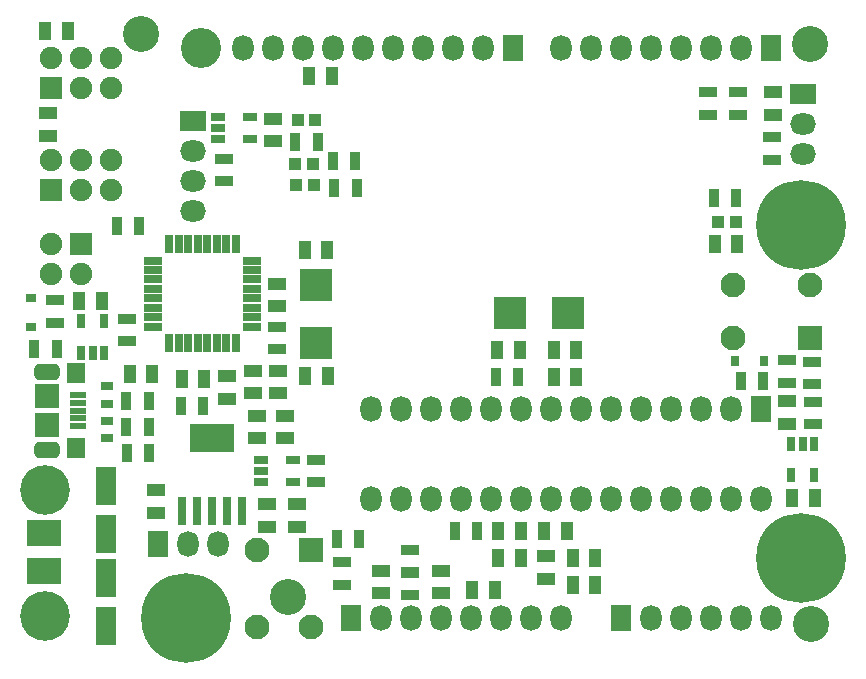
<source format=gts>
G04*
G04 #@! TF.GenerationSoftware,Altium Limited,Altium Designer,19.0.15 (446)*
G04*
G04 Layer_Color=8388736*
%FSLAX44Y44*%
%MOMM*%
G71*
G01*
G75*
%ADD33R,1.4500X0.5000*%
%ADD34R,1.6000X1.8000*%
%ADD35R,2.1000X2.1000*%
%ADD36R,1.8000X3.2000*%
%ADD37R,3.7000X2.4000*%
%ADD38R,0.8000X2.4000*%
%ADD39R,1.2000X0.7500*%
%ADD40R,0.7500X1.2000*%
%ADD41C,3.0480*%
%ADD42R,1.5000X1.1000*%
%ADD43R,1.1000X1.5000*%
%ADD44R,0.7588X0.8858*%
%ADD45R,0.8858X0.7588*%
%ADD46R,2.8000X2.7000*%
%ADD47R,2.7000X2.8000*%
%ADD48R,1.0000X1.0000*%
%ADD49R,2.9000X2.2000*%
%ADD50R,0.6700X1.6200*%
%ADD51R,1.6200X0.6700*%
%ADD52R,1.5000X0.9000*%
%ADD53R,0.9000X1.5000*%
%ADD54R,1.1000X0.8000*%
%ADD55R,1.8000X2.2000*%
%ADD56O,1.8000X2.2000*%
%ADD57R,1.9000X1.9000*%
%ADD58C,1.9000*%
G04:AMPARAMS|DCode=59|XSize=2.2mm|YSize=1.4mm|CornerRadius=0.46mm|HoleSize=0mm|Usage=FLASHONLY|Rotation=0.000|XOffset=0mm|YOffset=0mm|HoleType=Round|Shape=RoundedRectangle|*
%AMROUNDEDRECTD59*
21,1,2.2000,0.4800,0,0,0.0*
21,1,1.2800,1.4000,0,0,0.0*
1,1,0.9200,0.6400,-0.2400*
1,1,0.9200,-0.6400,-0.2400*
1,1,0.9200,-0.6400,0.2400*
1,1,0.9200,0.6400,0.2400*
%
%ADD59ROUNDEDRECTD59*%
%ADD60C,4.2000*%
%ADD61C,3.4000*%
%ADD62R,2.2000X1.8000*%
%ADD63O,2.2000X1.8000*%
%ADD64C,2.1000*%
%ADD65R,2.1000X2.1000*%
%ADD66C,7.6000*%
D33*
X48745Y214000D02*
D03*
Y207500D02*
D03*
Y201000D02*
D03*
Y194500D02*
D03*
Y188000D02*
D03*
D34*
X46495Y233000D02*
D03*
Y169000D02*
D03*
D35*
X21995Y213000D02*
D03*
Y189000D02*
D03*
X245500Y82500D02*
D03*
D36*
X72000Y96500D02*
D03*
Y137500D02*
D03*
Y18500D02*
D03*
Y59500D02*
D03*
D37*
X162000Y178000D02*
D03*
D38*
X187400Y116000D02*
D03*
X174700D02*
D03*
X162000D02*
D03*
X149300D02*
D03*
X136600D02*
D03*
D39*
X194500Y430500D02*
D03*
Y449500D02*
D03*
X167500Y430500D02*
D03*
Y440000D02*
D03*
Y449500D02*
D03*
X230500Y140500D02*
D03*
Y159500D02*
D03*
X203500Y140500D02*
D03*
Y150000D02*
D03*
Y159500D02*
D03*
D40*
X652500Y146000D02*
D03*
X671500D02*
D03*
X652500Y172999D02*
D03*
X662000D02*
D03*
X671500D02*
D03*
X70500Y276500D02*
D03*
X51500D02*
D03*
X70500Y249500D02*
D03*
X61000D02*
D03*
X51500D02*
D03*
D41*
X102000Y520000D02*
D03*
X668000Y511000D02*
D03*
X669000Y20000D02*
D03*
X226000Y43000D02*
D03*
D42*
X200500Y196500D02*
D03*
Y177500D02*
D03*
X445000Y77500D02*
D03*
Y58500D02*
D03*
X197000Y215500D02*
D03*
Y234500D02*
D03*
X115000Y133500D02*
D03*
Y114500D02*
D03*
X209000Y121500D02*
D03*
Y102500D02*
D03*
X218000Y215500D02*
D03*
Y234500D02*
D03*
X217000Y308500D02*
D03*
Y289500D02*
D03*
X174402Y229876D02*
D03*
Y210876D02*
D03*
X23000Y433500D02*
D03*
Y452500D02*
D03*
X637001Y470500D02*
D03*
Y451500D02*
D03*
X304800Y46500D02*
D03*
Y65500D02*
D03*
X355600Y46500D02*
D03*
Y65500D02*
D03*
X213360Y447880D02*
D03*
Y428880D02*
D03*
X224000Y177500D02*
D03*
Y196500D02*
D03*
X648750Y209000D02*
D03*
Y190000D02*
D03*
X234160Y102714D02*
D03*
Y121713D02*
D03*
D43*
X486500Y53000D02*
D03*
X467500D02*
D03*
X155450Y227970D02*
D03*
X136450D02*
D03*
X606500Y342000D02*
D03*
X587500D02*
D03*
X467500Y76200D02*
D03*
X486500D02*
D03*
X263500Y484000D02*
D03*
X244500D02*
D03*
X404500Y76200D02*
D03*
X423500D02*
D03*
X241000Y230000D02*
D03*
X260000D02*
D03*
X240500Y337000D02*
D03*
X259500D02*
D03*
X21000Y522000D02*
D03*
X40000D02*
D03*
X382500Y49000D02*
D03*
X401500D02*
D03*
X470500Y229000D02*
D03*
X451500D02*
D03*
X423500Y99000D02*
D03*
X404500D02*
D03*
X443500D02*
D03*
X462500D02*
D03*
X451500Y252000D02*
D03*
X470500D02*
D03*
X422500D02*
D03*
X403500D02*
D03*
X653500Y127000D02*
D03*
X672500D02*
D03*
X49500Y294000D02*
D03*
X68500D02*
D03*
X92500Y232000D02*
D03*
X111500D02*
D03*
D44*
X604808Y243000D02*
D03*
X629192D02*
D03*
D45*
X9000Y296192D02*
D03*
Y271808D02*
D03*
D46*
X250000Y307500D02*
D03*
Y258500D02*
D03*
D47*
X414500Y284000D02*
D03*
X463500D02*
D03*
D48*
X247500Y410000D02*
D03*
X232500D02*
D03*
X248500Y392000D02*
D03*
X233500D02*
D03*
X234524Y446660D02*
D03*
X249523D02*
D03*
X605500Y361000D02*
D03*
X590500D02*
D03*
D49*
X20000Y65000D02*
D03*
Y97000D02*
D03*
D50*
X182000Y258000D02*
D03*
X174000D02*
D03*
X166000D02*
D03*
X158000D02*
D03*
X150000D02*
D03*
X142000D02*
D03*
X134000D02*
D03*
X126000D02*
D03*
Y342000D02*
D03*
X134000D02*
D03*
X142000D02*
D03*
X150000D02*
D03*
X158000D02*
D03*
X166000D02*
D03*
X174000D02*
D03*
X182000D02*
D03*
D51*
X112000Y272000D02*
D03*
Y280000D02*
D03*
Y288000D02*
D03*
Y296000D02*
D03*
Y304000D02*
D03*
Y312000D02*
D03*
Y320000D02*
D03*
Y328000D02*
D03*
X196000D02*
D03*
Y320000D02*
D03*
Y312000D02*
D03*
Y304000D02*
D03*
Y296000D02*
D03*
Y288000D02*
D03*
Y280000D02*
D03*
Y272000D02*
D03*
D52*
X172000Y395200D02*
D03*
Y414200D02*
D03*
X90040Y259500D02*
D03*
Y278500D02*
D03*
X217000Y272000D02*
D03*
Y253000D02*
D03*
X607000Y451500D02*
D03*
Y470500D02*
D03*
X582000Y451500D02*
D03*
Y470500D02*
D03*
X636000Y413500D02*
D03*
Y432500D02*
D03*
X330000Y82500D02*
D03*
Y63500D02*
D03*
Y64000D02*
D03*
Y45000D02*
D03*
X671000Y189500D02*
D03*
Y208500D02*
D03*
X670000Y242500D02*
D03*
Y223500D02*
D03*
X272000Y72500D02*
D03*
Y53500D02*
D03*
X29000Y275500D02*
D03*
Y294500D02*
D03*
X250000Y140500D02*
D03*
Y159500D02*
D03*
X649000Y243500D02*
D03*
Y224500D02*
D03*
D53*
X264500Y412000D02*
D03*
X283500D02*
D03*
X265500Y389000D02*
D03*
X284500D02*
D03*
X135500Y205000D02*
D03*
X154500D02*
D03*
X100500Y357000D02*
D03*
X81500D02*
D03*
X89500Y209000D02*
D03*
X108500D02*
D03*
X89500Y187000D02*
D03*
X108500D02*
D03*
X109000Y165000D02*
D03*
X90000D02*
D03*
X386500Y99000D02*
D03*
X367500D02*
D03*
X609500Y226000D02*
D03*
X628500D02*
D03*
X402500Y229000D02*
D03*
X421500D02*
D03*
X232523Y428000D02*
D03*
X251523D02*
D03*
X606000Y381000D02*
D03*
X587000D02*
D03*
X286500Y92000D02*
D03*
X267500D02*
D03*
X11500Y253000D02*
D03*
X30500D02*
D03*
D54*
X73000Y206500D02*
D03*
Y221500D02*
D03*
Y192500D02*
D03*
Y177500D02*
D03*
D55*
X279400Y25400D02*
D03*
X116200Y88000D02*
D03*
X416560Y508000D02*
D03*
X635000D02*
D03*
X508000Y25400D02*
D03*
X626500Y201930D02*
D03*
D56*
X304800Y25400D02*
D03*
X330200D02*
D03*
X355600D02*
D03*
X381000D02*
D03*
X406400D02*
D03*
X431800D02*
D03*
X457200D02*
D03*
X141600Y88000D02*
D03*
X167000D02*
D03*
X391160Y508000D02*
D03*
X365760D02*
D03*
X340360D02*
D03*
X314960D02*
D03*
X289560D02*
D03*
X264160D02*
D03*
X238760D02*
D03*
X213360D02*
D03*
X187960D02*
D03*
X609600D02*
D03*
X584200D02*
D03*
X558800D02*
D03*
X533400D02*
D03*
X508000D02*
D03*
X482600D02*
D03*
X457200D02*
D03*
X533400Y25400D02*
D03*
X558800D02*
D03*
X584200D02*
D03*
X609600D02*
D03*
X635000D02*
D03*
X296300Y125730D02*
D03*
X321700D02*
D03*
X347100D02*
D03*
X372500D02*
D03*
X397900D02*
D03*
X423300D02*
D03*
X448700D02*
D03*
X474100D02*
D03*
X499500D02*
D03*
X524900D02*
D03*
X550300D02*
D03*
X575700D02*
D03*
X601100D02*
D03*
X626500D02*
D03*
X296300Y201930D02*
D03*
X321700D02*
D03*
X347100D02*
D03*
X372500D02*
D03*
X397900D02*
D03*
X423300D02*
D03*
X448700D02*
D03*
X474100D02*
D03*
X499500D02*
D03*
X524900D02*
D03*
X550300D02*
D03*
X575700D02*
D03*
X601100D02*
D03*
D57*
X25400Y387300D02*
D03*
X50800Y342000D02*
D03*
X25400Y473740D02*
D03*
D58*
X50800Y387300D02*
D03*
X76200D02*
D03*
X25400Y412700D02*
D03*
X50800D02*
D03*
X76200D02*
D03*
X25400Y342000D02*
D03*
X50800Y316600D02*
D03*
X25400D02*
D03*
X76200Y499140D02*
D03*
X50800D02*
D03*
X25400D02*
D03*
X76200Y473740D02*
D03*
X50800D02*
D03*
D59*
X21995Y234000D02*
D03*
Y168000D02*
D03*
D60*
X21000Y134000D02*
D03*
Y27000D02*
D03*
D61*
X152400Y508000D02*
D03*
D62*
X146000Y446000D02*
D03*
X662000Y469000D02*
D03*
D63*
X146000Y420600D02*
D03*
Y395200D02*
D03*
Y369800D02*
D03*
X662000Y418200D02*
D03*
Y443600D02*
D03*
D64*
X668500Y307500D02*
D03*
X603500D02*
D03*
Y262500D02*
D03*
X200500Y82500D02*
D03*
Y17500D02*
D03*
X245500D02*
D03*
D65*
X668500Y262500D02*
D03*
D66*
X660400Y76200D02*
D03*
X139700Y25400D02*
D03*
X660400Y358000D02*
D03*
M02*

</source>
